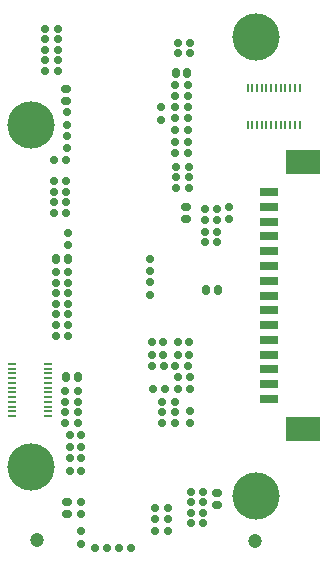
<source format=gbr>
G04*
G04 #@! TF.GenerationSoftware,Altium Limited,Altium Designer,24.9.1 (31)*
G04*
G04 Layer_Color=255*
%FSLAX44Y44*%
%MOMM*%
G71*
G04*
G04 #@! TF.SameCoordinates,5A5FE6A1-42EB-4B62-8C37-2C097A76047A*
G04*
G04*
G04 #@! TF.FilePolarity,Positive*
G04*
G01*
G75*
G04:AMPARAMS|DCode=14|XSize=0.65mm|YSize=0.6mm|CornerRadius=0.15mm|HoleSize=0mm|Usage=FLASHONLY|Rotation=0.000|XOffset=0mm|YOffset=0mm|HoleType=Round|Shape=RoundedRectangle|*
%AMROUNDEDRECTD14*
21,1,0.6500,0.3000,0,0,0.0*
21,1,0.3500,0.6000,0,0,0.0*
1,1,0.3000,0.1750,-0.1500*
1,1,0.3000,-0.1750,-0.1500*
1,1,0.3000,-0.1750,0.1500*
1,1,0.3000,0.1750,0.1500*
%
%ADD14ROUNDEDRECTD14*%
G04:AMPARAMS|DCode=15|XSize=0.65mm|YSize=0.6mm|CornerRadius=0.15mm|HoleSize=0mm|Usage=FLASHONLY|Rotation=270.000|XOffset=0mm|YOffset=0mm|HoleType=Round|Shape=RoundedRectangle|*
%AMROUNDEDRECTD15*
21,1,0.6500,0.3000,0,0,270.0*
21,1,0.3500,0.6000,0,0,270.0*
1,1,0.3000,-0.1500,-0.1750*
1,1,0.3000,-0.1500,0.1750*
1,1,0.3000,0.1500,0.1750*
1,1,0.3000,0.1500,-0.1750*
%
%ADD15ROUNDEDRECTD15*%
%ADD16R,0.2000X0.7000*%
%ADD17R,0.7000X0.2000*%
%ADD18R,1.6000X0.8000*%
%ADD19R,3.0000X2.1000*%
G04:AMPARAMS|DCode=29|XSize=0.8mm|YSize=0.6mm|CornerRadius=0.15mm|HoleSize=0mm|Usage=FLASHONLY|Rotation=0.000|XOffset=0mm|YOffset=0mm|HoleType=Round|Shape=RoundedRectangle|*
%AMROUNDEDRECTD29*
21,1,0.8000,0.3000,0,0,0.0*
21,1,0.5000,0.6000,0,0,0.0*
1,1,0.3000,0.2500,-0.1500*
1,1,0.3000,-0.2500,-0.1500*
1,1,0.3000,-0.2500,0.1500*
1,1,0.3000,0.2500,0.1500*
%
%ADD29ROUNDEDRECTD29*%
G04:AMPARAMS|DCode=30|XSize=0.8mm|YSize=0.6mm|CornerRadius=0.15mm|HoleSize=0mm|Usage=FLASHONLY|Rotation=90.000|XOffset=0mm|YOffset=0mm|HoleType=Round|Shape=RoundedRectangle|*
%AMROUNDEDRECTD30*
21,1,0.8000,0.3000,0,0,90.0*
21,1,0.5000,0.6000,0,0,90.0*
1,1,0.3000,0.1500,0.2500*
1,1,0.3000,0.1500,-0.2500*
1,1,0.3000,-0.1500,-0.2500*
1,1,0.3000,-0.1500,0.2500*
%
%ADD30ROUNDEDRECTD30*%
%ADD33C,1.2000*%
%ADD34C,4.0000*%
D14*
X54250Y290000D02*
D03*
X43750D02*
D03*
Y299000D02*
D03*
X54250D02*
D03*
X45750Y213000D02*
D03*
X56250D02*
D03*
Y186000D02*
D03*
X45750D02*
D03*
X146750Y398000D02*
D03*
X157250D02*
D03*
X36750Y446000D02*
D03*
X47250D02*
D03*
Y437000D02*
D03*
X36750D02*
D03*
Y419000D02*
D03*
X47250D02*
D03*
X53750Y112000D02*
D03*
X64250D02*
D03*
X170250Y54000D02*
D03*
X159750D02*
D03*
X182250Y265000D02*
D03*
X171750D02*
D03*
X135750Y112000D02*
D03*
X146250D02*
D03*
X159750Y45000D02*
D03*
X170250D02*
D03*
X140250Y40000D02*
D03*
X129750D02*
D03*
X53750Y130000D02*
D03*
X64250D02*
D03*
X56250Y195000D02*
D03*
X45750D02*
D03*
X146750Y160000D02*
D03*
X157250D02*
D03*
X126750D02*
D03*
X137250D02*
D03*
X45750Y240000D02*
D03*
X56250D02*
D03*
X54250Y317000D02*
D03*
X43750D02*
D03*
X158250Y320000D02*
D03*
X147750D02*
D03*
X171750Y284000D02*
D03*
X182250D02*
D03*
Y293000D02*
D03*
X171750D02*
D03*
X147750Y329000D02*
D03*
X158250D02*
D03*
X36750Y428000D02*
D03*
X47250D02*
D03*
X157250Y389000D02*
D03*
X146750D02*
D03*
Y380000D02*
D03*
X157250D02*
D03*
X148750Y434000D02*
D03*
X159250D02*
D03*
X135750Y121000D02*
D03*
X146250D02*
D03*
Y130000D02*
D03*
X135750D02*
D03*
X53750Y121000D02*
D03*
X64250D02*
D03*
X171750Y274000D02*
D03*
X182250D02*
D03*
X56250Y231000D02*
D03*
X45750D02*
D03*
Y222000D02*
D03*
X56250D02*
D03*
X54250Y335000D02*
D03*
X43750D02*
D03*
X146750Y370000D02*
D03*
X157250D02*
D03*
X146750Y350000D02*
D03*
X157250D02*
D03*
Y341000D02*
D03*
X146750D02*
D03*
X159250Y151000D02*
D03*
X148750D02*
D03*
X129750Y31000D02*
D03*
X140250D02*
D03*
X170250Y27000D02*
D03*
X159750D02*
D03*
X56250Y204000D02*
D03*
X45750D02*
D03*
X148750Y141000D02*
D03*
X159250D02*
D03*
X127750D02*
D03*
X138250D02*
D03*
X53750Y139000D02*
D03*
X64250D02*
D03*
X43750Y308000D02*
D03*
X54250D02*
D03*
X147750Y311000D02*
D03*
X158250D02*
D03*
X47250Y410000D02*
D03*
X36750D02*
D03*
X146750Y360000D02*
D03*
X157250D02*
D03*
X148750Y425000D02*
D03*
X159250D02*
D03*
X89250Y6000D02*
D03*
X78750D02*
D03*
X99000D02*
D03*
X109500D02*
D03*
X129750Y21000D02*
D03*
X140250D02*
D03*
X159750Y36000D02*
D03*
X170250D02*
D03*
D15*
X58000Y71750D02*
D03*
Y82250D02*
D03*
X55000Y344750D02*
D03*
Y355250D02*
D03*
X158000Y169750D02*
D03*
Y180250D02*
D03*
X149000Y169750D02*
D03*
Y180250D02*
D03*
X58000Y102250D02*
D03*
Y91750D02*
D03*
X67000Y20250D02*
D03*
Y9750D02*
D03*
Y82250D02*
D03*
Y71750D02*
D03*
X136000Y180250D02*
D03*
Y169750D02*
D03*
X127000D02*
D03*
Y180250D02*
D03*
X125000Y220750D02*
D03*
Y231250D02*
D03*
X159000Y122250D02*
D03*
Y111750D02*
D03*
X67000Y91750D02*
D03*
Y102250D02*
D03*
Y45250D02*
D03*
Y34750D02*
D03*
X125000Y251250D02*
D03*
Y240750D02*
D03*
X192000Y295250D02*
D03*
Y284750D02*
D03*
X56000Y273250D02*
D03*
Y262750D02*
D03*
X55000Y375250D02*
D03*
Y364750D02*
D03*
X135000Y368750D02*
D03*
Y379250D02*
D03*
D16*
X252000Y364600D02*
D03*
Y395400D02*
D03*
X248000Y364600D02*
D03*
Y395400D02*
D03*
X244000Y364600D02*
D03*
Y395400D02*
D03*
X240000Y364600D02*
D03*
Y395400D02*
D03*
X236000Y364600D02*
D03*
Y395400D02*
D03*
X232000Y364600D02*
D03*
Y395400D02*
D03*
X228000Y364600D02*
D03*
Y395400D02*
D03*
X224000Y364600D02*
D03*
Y395400D02*
D03*
X220000Y364600D02*
D03*
Y395400D02*
D03*
X216000Y364600D02*
D03*
Y395400D02*
D03*
X212000Y364600D02*
D03*
Y395400D02*
D03*
X208000Y364600D02*
D03*
Y395400D02*
D03*
D17*
X8600Y118000D02*
D03*
X39400D02*
D03*
X8600Y122000D02*
D03*
X39400D02*
D03*
X8600Y126000D02*
D03*
X39400D02*
D03*
X8600Y130000D02*
D03*
X39400D02*
D03*
X8600Y134000D02*
D03*
X39400D02*
D03*
X8600Y138000D02*
D03*
X39400D02*
D03*
X8600Y142000D02*
D03*
X39400D02*
D03*
X8600Y146000D02*
D03*
X39400D02*
D03*
X8600Y150000D02*
D03*
X39400D02*
D03*
X8600Y154000D02*
D03*
X39400D02*
D03*
X8600Y158000D02*
D03*
X39400D02*
D03*
X8600Y162000D02*
D03*
X39400D02*
D03*
D18*
X226000Y132500D02*
D03*
Y145000D02*
D03*
Y157500D02*
D03*
Y170000D02*
D03*
Y182500D02*
D03*
Y195000D02*
D03*
Y207500D02*
D03*
Y220000D02*
D03*
Y232500D02*
D03*
Y245000D02*
D03*
Y257500D02*
D03*
Y270000D02*
D03*
Y282500D02*
D03*
Y295000D02*
D03*
Y307500D02*
D03*
D19*
X255000Y333000D02*
D03*
Y107000D02*
D03*
D29*
X55000Y45000D02*
D03*
Y35000D02*
D03*
X54000Y395000D02*
D03*
Y385000D02*
D03*
X182000Y43000D02*
D03*
Y53000D02*
D03*
X156000Y285000D02*
D03*
Y295000D02*
D03*
D30*
X64000Y151000D02*
D03*
X54000D02*
D03*
X46000Y251000D02*
D03*
X56000D02*
D03*
X173000Y225000D02*
D03*
X183000D02*
D03*
X147000Y408000D02*
D03*
X157000D02*
D03*
D33*
X30000Y13000D02*
D03*
X214000Y12000D02*
D03*
D34*
X215000Y439000D02*
D03*
X25000Y75000D02*
D03*
X215000Y50000D02*
D03*
X25000Y364000D02*
D03*
M02*

</source>
